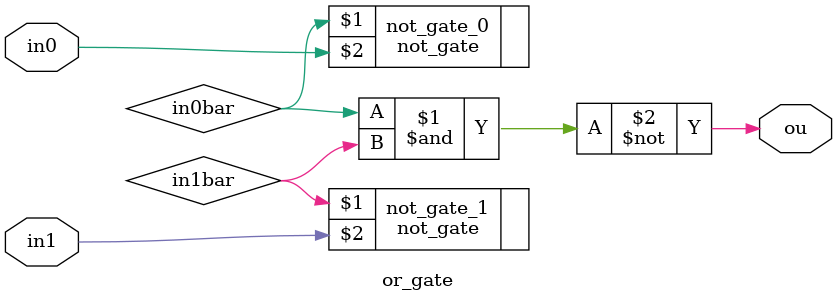
<source format=v>
module or_gate(ou,in0,in1);
input in0,in1;
output ou;
wire in0bar,in2bar;
not_gate not_gate_0(in0bar,in0);
not_gate not_gate_1(in1bar,in1);
nand(ou,in0bar,in1bar);
endmodule
</source>
